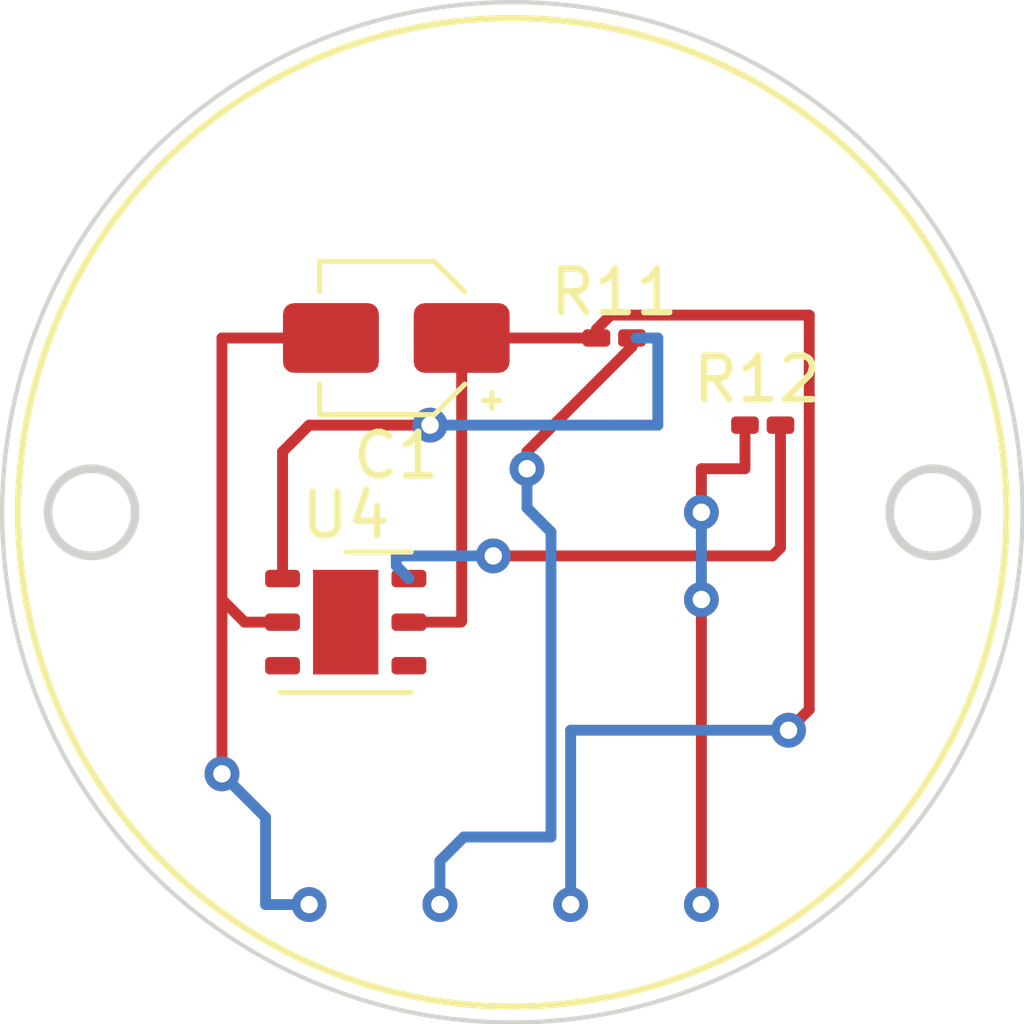
<source format=kicad_pcb>
(kicad_pcb (version 20171130) (host pcbnew "(5.1.8)-1")

  (general
    (thickness 1.6)
    (drawings 4)
    (tracks 68)
    (zones 0)
    (modules 4)
    (nets 9)
  )

  (page A4)
  (layers
    (0 F.Cu signal)
    (31 B.Cu signal)
    (32 B.Adhes user)
    (33 F.Adhes user)
    (34 B.Paste user)
    (35 F.Paste user)
    (36 B.SilkS user)
    (37 F.SilkS user)
    (38 B.Mask user)
    (39 F.Mask user)
    (40 Dwgs.User user)
    (41 Cmts.User user)
    (42 Eco1.User user)
    (43 Eco2.User user)
    (44 Edge.Cuts user)
    (45 Margin user)
    (46 B.CrtYd user)
    (47 F.CrtYd user)
    (48 B.Fab user)
    (49 F.Fab user)
  )

  (setup
    (last_trace_width 0.25)
    (trace_clearance 0.2)
    (zone_clearance 0.508)
    (zone_45_only no)
    (trace_min 0.2)
    (via_size 0.8)
    (via_drill 0.4)
    (via_min_size 0.4)
    (via_min_drill 0.3)
    (uvia_size 0.3)
    (uvia_drill 0.1)
    (uvias_allowed no)
    (uvia_min_size 0.2)
    (uvia_min_drill 0.1)
    (edge_width 0.1)
    (segment_width 0.2)
    (pcb_text_width 0.3)
    (pcb_text_size 1.5 1.5)
    (mod_edge_width 0.15)
    (mod_text_size 1 1)
    (mod_text_width 0.15)
    (pad_size 0.8 0.4)
    (pad_drill 0)
    (pad_to_mask_clearance 0)
    (aux_axis_origin 0 0)
    (visible_elements 7FFFFFFF)
    (pcbplotparams
      (layerselection 0x010fc_ffffffff)
      (usegerberextensions false)
      (usegerberattributes true)
      (usegerberadvancedattributes true)
      (creategerberjobfile true)
      (excludeedgelayer true)
      (linewidth 0.100000)
      (plotframeref false)
      (viasonmask false)
      (mode 1)
      (useauxorigin false)
      (hpglpennumber 1)
      (hpglpenspeed 20)
      (hpglpendiameter 15.000000)
      (psnegative false)
      (psa4output false)
      (plotreference true)
      (plotvalue true)
      (plotinvisibletext false)
      (padsonsilk false)
      (subtractmaskfromsilk false)
      (outputformat 1)
      (mirror false)
      (drillshape 1)
      (scaleselection 1)
      (outputdirectory ""))
  )

  (net 0 "")
  (net 1 "Net-(C1-Pad1)")
  (net 2 GND)
  (net 3 "Net-(R11-Pad2)")
  (net 4 "Net-(R12-Pad2)")
  (net 5 "Net-(R12-Pad1)")
  (net 6 "Net-(U4-Pad3)")
  (net 7 "Net-(U4-Pad4)")
  (net 8 "Net-(U4-Pad7)")

  (net_class Default "Esta es la clase de red por defecto."
    (clearance 0.2)
    (trace_width 0.25)
    (via_dia 0.8)
    (via_drill 0.4)
    (uvia_dia 0.3)
    (uvia_drill 0.1)
    (add_net GND)
    (add_net "Net-(C1-Pad1)")
    (add_net "Net-(R11-Pad2)")
    (add_net "Net-(R12-Pad1)")
    (add_net "Net-(R12-Pad2)")
    (add_net "Net-(U4-Pad3)")
    (add_net "Net-(U4-Pad4)")
    (add_net "Net-(U4-Pad7)")
  )

  (module Capacitor_SMD:CP_Elec_3x5.4 (layer F.Cu) (tedit 5BCA39CF) (tstamp 5FBC983D)
    (at 68 75 180)
    (descr "SMD capacitor, aluminum electrolytic, Nichicon, 3.0x5.4mm")
    (tags "capacitor electrolytic")
    (path /5FBC1EF8)
    (attr smd)
    (fp_text reference C1 (at 0 -2.7) (layer F.SilkS)
      (effects (font (size 1 1) (thickness 0.15)))
    )
    (fp_text value 0.1μF (at 0 2.7) (layer F.Fab)
      (effects (font (size 1 1) (thickness 0.15)))
    )
    (fp_circle (center 0 0) (end 1.5 0) (layer F.Fab) (width 0.1))
    (fp_line (start 1.65 -1.65) (end 1.65 1.65) (layer F.Fab) (width 0.1))
    (fp_line (start -0.825 -1.65) (end 1.65 -1.65) (layer F.Fab) (width 0.1))
    (fp_line (start -0.825 1.65) (end 1.65 1.65) (layer F.Fab) (width 0.1))
    (fp_line (start -1.65 -0.825) (end -1.65 0.825) (layer F.Fab) (width 0.1))
    (fp_line (start -1.65 -0.825) (end -0.825 -1.65) (layer F.Fab) (width 0.1))
    (fp_line (start -1.65 0.825) (end -0.825 1.65) (layer F.Fab) (width 0.1))
    (fp_line (start -1.110469 -0.8) (end -0.810469 -0.8) (layer F.Fab) (width 0.1))
    (fp_line (start -0.960469 -0.95) (end -0.960469 -0.65) (layer F.Fab) (width 0.1))
    (fp_line (start 1.76 1.76) (end 1.76 1.06) (layer F.SilkS) (width 0.12))
    (fp_line (start 1.76 -1.76) (end 1.76 -1.06) (layer F.SilkS) (width 0.12))
    (fp_line (start -0.870563 -1.76) (end 1.76 -1.76) (layer F.SilkS) (width 0.12))
    (fp_line (start -0.870563 1.76) (end 1.76 1.76) (layer F.SilkS) (width 0.12))
    (fp_line (start -1.570563 -1.06) (end -0.870563 -1.76) (layer F.SilkS) (width 0.12))
    (fp_line (start -1.570563 1.06) (end -0.870563 1.76) (layer F.SilkS) (width 0.12))
    (fp_line (start -2.375 -1.435) (end -2 -1.435) (layer F.SilkS) (width 0.12))
    (fp_line (start -2.1875 -1.6225) (end -2.1875 -1.2475) (layer F.SilkS) (width 0.12))
    (fp_line (start 1.9 -1.9) (end 1.9 -1.05) (layer F.CrtYd) (width 0.05))
    (fp_line (start 1.9 -1.05) (end 2.85 -1.05) (layer F.CrtYd) (width 0.05))
    (fp_line (start 2.85 -1.05) (end 2.85 1.05) (layer F.CrtYd) (width 0.05))
    (fp_line (start 2.85 1.05) (end 1.9 1.05) (layer F.CrtYd) (width 0.05))
    (fp_line (start 1.9 1.05) (end 1.9 1.9) (layer F.CrtYd) (width 0.05))
    (fp_line (start -0.93 1.9) (end 1.9 1.9) (layer F.CrtYd) (width 0.05))
    (fp_line (start -0.93 -1.9) (end 1.9 -1.9) (layer F.CrtYd) (width 0.05))
    (fp_line (start -1.78 1.05) (end -0.93 1.9) (layer F.CrtYd) (width 0.05))
    (fp_line (start -1.78 -1.05) (end -0.93 -1.9) (layer F.CrtYd) (width 0.05))
    (fp_line (start -1.78 -1.05) (end -2.85 -1.05) (layer F.CrtYd) (width 0.05))
    (fp_line (start -2.85 -1.05) (end -2.85 1.05) (layer F.CrtYd) (width 0.05))
    (fp_line (start -2.85 1.05) (end -1.78 1.05) (layer F.CrtYd) (width 0.05))
    (fp_text user %R (at 0 0) (layer F.Fab)
      (effects (font (size 0.6 0.6) (thickness 0.09)))
    )
    (pad 1 smd roundrect (at -1.5 0 180) (size 2.2 1.6) (layers F.Cu F.Paste F.Mask) (roundrect_rratio 0.15625)
      (net 1 "Net-(C1-Pad1)"))
    (pad 2 smd roundrect (at 1.5 0 180) (size 2.2 1.6) (layers F.Cu F.Paste F.Mask) (roundrect_rratio 0.15625)
      (net 2 GND))
    (model ${KISYS3DMOD}/Capacitor_SMD.3dshapes/CP_Elec_3x5.4.wrl
      (at (xyz 0 0 0))
      (scale (xyz 1 1 1))
      (rotate (xyz 0 0 0))
    )
  )

  (module Resistor_SMD:R_0201_0603Metric_Pad0.64x0.40mm_HandSolder (layer F.Cu) (tedit 5F6BB9E0) (tstamp 5FBC984E)
    (at 73 75)
    (descr "Resistor SMD 0201 (0603 Metric), square (rectangular) end terminal, IPC_7351 nominal with elongated pad for handsoldering. (Body size source: https://www.vishay.com/docs/20052/crcw0201e3.pdf), generated with kicad-footprint-generator")
    (tags "resistor handsolder")
    (path /5FBC4C6C)
    (attr smd)
    (fp_text reference R11 (at 0 -1.05) (layer F.SilkS)
      (effects (font (size 1 1) (thickness 0.15)))
    )
    (fp_text value 10kμ (at 0 1.05) (layer F.Fab)
      (effects (font (size 1 1) (thickness 0.15)))
    )
    (fp_line (start -0.3 0.15) (end -0.3 -0.15) (layer F.Fab) (width 0.1))
    (fp_line (start -0.3 -0.15) (end 0.3 -0.15) (layer F.Fab) (width 0.1))
    (fp_line (start 0.3 -0.15) (end 0.3 0.15) (layer F.Fab) (width 0.1))
    (fp_line (start 0.3 0.15) (end -0.3 0.15) (layer F.Fab) (width 0.1))
    (fp_line (start -0.88 0.35) (end -0.88 -0.35) (layer F.CrtYd) (width 0.05))
    (fp_line (start -0.88 -0.35) (end 0.88 -0.35) (layer F.CrtYd) (width 0.05))
    (fp_line (start 0.88 -0.35) (end 0.88 0.35) (layer F.CrtYd) (width 0.05))
    (fp_line (start 0.88 0.35) (end -0.88 0.35) (layer F.CrtYd) (width 0.05))
    (fp_text user %R (at 0 -0.68) (layer F.Fab)
      (effects (font (size 0.25 0.25) (thickness 0.04)))
    )
    (pad "" smd roundrect (at -0.4325 0) (size 0.458 0.36) (layers F.Paste) (roundrect_rratio 0.25))
    (pad "" smd roundrect (at 0.4325 0) (size 0.458 0.36) (layers F.Paste) (roundrect_rratio 0.25))
    (pad 1 smd roundrect (at -0.4075 0) (size 0.635 0.4) (layers F.Cu F.Mask) (roundrect_rratio 0.25)
      (net 1 "Net-(C1-Pad1)"))
    (pad 2 smd roundrect (at 0.4075 0) (size 0.635 0.4) (layers F.Cu F.Mask) (roundrect_rratio 0.25)
      (net 3 "Net-(R11-Pad2)"))
    (model ${KISYS3DMOD}/Resistor_SMD.3dshapes/R_0201_0603Metric.wrl
      (at (xyz 0 0 0))
      (scale (xyz 1 1 1))
      (rotate (xyz 0 0 0))
    )
  )

  (module Resistor_SMD:R_0201_0603Metric_Pad0.64x0.40mm_HandSolder (layer F.Cu) (tedit 5F6BB9E0) (tstamp 5FBC985F)
    (at 76.4075 77)
    (descr "Resistor SMD 0201 (0603 Metric), square (rectangular) end terminal, IPC_7351 nominal with elongated pad for handsoldering. (Body size source: https://www.vishay.com/docs/20052/crcw0201e3.pdf), generated with kicad-footprint-generator")
    (tags "resistor handsolder")
    (path /5FBC6DDC)
    (attr smd)
    (fp_text reference R12 (at -0.13 -1.05) (layer F.SilkS)
      (effects (font (size 1 1) (thickness 0.15)))
    )
    (fp_text value 10kμ (at 0 1.05) (layer F.Fab)
      (effects (font (size 1 1) (thickness 0.15)))
    )
    (fp_line (start 0.88 0.35) (end -0.88 0.35) (layer F.CrtYd) (width 0.05))
    (fp_line (start 0.88 -0.35) (end 0.88 0.35) (layer F.CrtYd) (width 0.05))
    (fp_line (start -0.88 -0.35) (end 0.88 -0.35) (layer F.CrtYd) (width 0.05))
    (fp_line (start -0.88 0.35) (end -0.88 -0.35) (layer F.CrtYd) (width 0.05))
    (fp_line (start 0.3 0.15) (end -0.3 0.15) (layer F.Fab) (width 0.1))
    (fp_line (start 0.3 -0.15) (end 0.3 0.15) (layer F.Fab) (width 0.1))
    (fp_line (start -0.3 -0.15) (end 0.3 -0.15) (layer F.Fab) (width 0.1))
    (fp_line (start -0.3 0.15) (end -0.3 -0.15) (layer F.Fab) (width 0.1))
    (fp_text user %R (at 0 -0.68) (layer F.Fab)
      (effects (font (size 0.25 0.25) (thickness 0.04)))
    )
    (pad 2 smd roundrect (at 0.4075 0) (size 0.635 0.4) (layers F.Cu F.Mask) (roundrect_rratio 0.25)
      (net 4 "Net-(R12-Pad2)"))
    (pad 1 smd roundrect (at -0.4075 0) (size 0.635 0.4) (layers F.Cu F.Mask) (roundrect_rratio 0.25)
      (net 5 "Net-(R12-Pad1)"))
    (pad "" smd roundrect (at 0.4325 0) (size 0.458 0.36) (layers F.Paste) (roundrect_rratio 0.25))
    (pad "" smd roundrect (at -0.4325 0) (size 0.458 0.36) (layers F.Paste) (roundrect_rratio 0.25))
    (model ${KISYS3DMOD}/Resistor_SMD.3dshapes/R_0201_0603Metric.wrl
      (at (xyz 0 0 0))
      (scale (xyz 1 1 1))
      (rotate (xyz 0 0 0))
    )
  )

  (module Package_DFN_QFN:DFN-6-1EP_3x3mm_P1mm_EP1.5x2.4mm (layer F.Cu) (tedit 5FC5D875) (tstamp 5FBC987A)
    (at 66.84 81.52)
    (descr "DFN, 6 Pin (https://www.silabs.com/documents/public/data-sheets/Si7020-A20.pdf), generated with kicad-footprint-generator ipc_noLead_generator.py")
    (tags "DFN NoLead")
    (path /5FBBF269)
    (attr smd)
    (fp_text reference U4 (at 0 -2.45) (layer F.SilkS)
      (effects (font (size 1 1) (thickness 0.15)))
    )
    (fp_text value Si7021-A20 (at 0 2.45) (layer F.Fab)
      (effects (font (size 1 1) (thickness 0.15)))
    )
    (fp_line (start 0 -1.61) (end 1.5 -1.61) (layer F.SilkS) (width 0.12))
    (fp_line (start -1.5 1.61) (end 1.5 1.61) (layer F.SilkS) (width 0.12))
    (fp_line (start -0.75 -1.5) (end 1.5 -1.5) (layer F.Fab) (width 0.1))
    (fp_line (start 1.5 -1.5) (end 1.5 1.5) (layer F.Fab) (width 0.1))
    (fp_line (start 1.5 1.5) (end -1.5 1.5) (layer F.Fab) (width 0.1))
    (fp_line (start -1.5 1.5) (end -1.5 -0.75) (layer F.Fab) (width 0.1))
    (fp_line (start -1.5 -0.75) (end -0.75 -1.5) (layer F.Fab) (width 0.1))
    (fp_line (start -2.1 -1.75) (end -2.1 1.75) (layer F.CrtYd) (width 0.05))
    (fp_line (start -2.1 1.75) (end 2.1 1.75) (layer F.CrtYd) (width 0.05))
    (fp_line (start 2.1 1.75) (end 2.1 -1.75) (layer F.CrtYd) (width 0.05))
    (fp_line (start 2.1 -1.75) (end -2.1 -1.75) (layer F.CrtYd) (width 0.05))
    (fp_text user %R (at 0 0) (layer F.Fab)
      (effects (font (size 0.75 0.75) (thickness 0.11)))
    )
    (pad SDA smd roundrect (at -1.45 -1) (size 0.8 0.4) (layers F.Cu F.Paste F.Mask) (roundrect_rratio 0.25)
      (net 3 "Net-(R11-Pad2)"))
    (pad 2 smd roundrect (at -1.45 0) (size 0.8 0.4) (layers F.Cu F.Paste F.Mask) (roundrect_rratio 0.25)
      (net 2 GND))
    (pad DNC smd roundrect (at -1.45 1) (size 0.8 0.4) (layers F.Cu F.Paste F.Mask) (roundrect_rratio 0.25)
      (net 6 "Net-(U4-Pad3)"))
    (pad DNC smd roundrect (at 1.45 1) (size 0.8 0.4) (layers F.Cu F.Paste F.Mask) (roundrect_rratio 0.25)
      (net 7 "Net-(U4-Pad4)"))
    (pad VDD smd roundrect (at 1.45 0) (size 0.8 0.4) (layers F.Cu F.Paste F.Mask) (roundrect_rratio 0.25)
      (net 1 "Net-(C1-Pad1)"))
    (pad SCL smd roundrect (at 1.45 -1) (size 0.8 0.4) (layers F.Cu F.Paste F.Mask) (roundrect_rratio 0.25)
      (net 4 "Net-(R12-Pad2)"))
    (pad 7 smd rect (at 0 0) (size 1.5 2.4) (layers F.Cu F.Mask)
      (net 8 "Net-(U4-Pad7)"))
    (pad "" smd roundrect (at -0.375 -0.6) (size 0.6 0.97) (layers F.Paste) (roundrect_rratio 0.25))
    (pad "" smd roundrect (at -0.375 0.6) (size 0.6 0.97) (layers F.Paste) (roundrect_rratio 0.25))
    (pad "" smd roundrect (at 0.375 -0.6) (size 0.6 0.97) (layers F.Paste) (roundrect_rratio 0.25))
    (pad "" smd roundrect (at 0.375 0.6) (size 0.6 0.97) (layers F.Paste) (roundrect_rratio 0.25))
    (model ${KISYS3DMOD}/Package_DFN_QFN.3dshapes/DFN-6-1EP_3x3mm_P1mm_EP1.5x2.4mm.wrl
      (at (xyz 0 0 0))
      (scale (xyz 1 1 1))
      (rotate (xyz 0 0 0))
    )
    (model C:/Users/usuario/Desktop/KiCad/share/kicad/modules/Package_DFN_QFN.pretty/DFN-6-1EP_3x3mm_P1mm_EP1.5x2.4mm.kicad_mod
      (at (xyz 0 0 0))
      (scale (xyz 1 1 1))
      (rotate (xyz 0 0 0))
    )
  )

  (gr_circle (center 80.32 79) (end 81.32 79) (layer Edge.Cuts) (width 0.2))
  (gr_circle (center 61.01 79) (end 62.01 79) (layer Edge.Cuts) (width 0.2))
  (gr_circle (center 70.661903 79) (end 82 79) (layer F.SilkS) (width 0.15))
  (gr_circle (center 70.661903 79) (end 82.366603 79) (layer Edge.Cuts) (width 0.1))

  (via (at 72 88) (size 0.8) (drill 0.4) (layers F.Cu B.Cu) (net 1))
  (segment (start 72 88) (end 72 86) (width 0.25) (layer B.Cu) (net 1))
  (segment (start 72 84) (end 76.926998 84) (width 0.25) (layer B.Cu) (net 1))
  (via (at 77 84) (size 0.8) (drill 0.4) (layers F.Cu B.Cu) (net 1) (tstamp 5FC5F988))
  (segment (start 69 75) (end 69.5 75) (width 0.25) (layer F.Cu) (net 1))
  (segment (start 68.29 81.52) (end 69.48 81.52) (width 0.25) (layer F.Cu) (net 1))
  (segment (start 69.5 81.5) (end 69.5 75) (width 0.25) (layer F.Cu) (net 1))
  (segment (start 69.48 81.52) (end 69.5 81.5) (width 0.25) (layer F.Cu) (net 1))
  (segment (start 69.5 75) (end 70.02501 75.52501) (width 0.25) (layer F.Cu) (net 1))
  (segment (start 71.673942 75) (end 69.5 75) (width 0.25) (layer F.Cu) (net 1))
  (segment (start 72.5925 75) (end 71.673942 75) (width 0.25) (layer F.Cu) (net 1))
  (segment (start 72.91751 74.47499) (end 77.47499 74.47499) (width 0.25) (layer F.Cu) (net 1))
  (segment (start 72.5925 74.8) (end 72.91751 74.47499) (width 0.25) (layer F.Cu) (net 1))
  (segment (start 72.5925 75) (end 72.5925 74.8) (width 0.25) (layer F.Cu) (net 1))
  (segment (start 77.47499 74.47499) (end 77.47499 83.52501) (width 0.25) (layer F.Cu) (net 1))
  (segment (start 77.47499 83.52501) (end 77 84) (width 0.25) (layer F.Cu) (net 1))
  (segment (start 72 86) (end 72 84) (width 0.25) (layer B.Cu) (net 1))
  (via (at 66 88) (size 0.8) (drill 0.4) (layers F.Cu B.Cu) (net 2))
  (segment (start 66 88) (end 65 88) (width 0.25) (layer B.Cu) (net 2))
  (segment (start 65 86) (end 64 85) (width 0.25) (layer B.Cu) (net 2))
  (segment (start 64 85) (end 64 85) (width 0.25) (layer B.Cu) (net 2) (tstamp 5FC5FAA9))
  (via (at 64 85) (size 0.8) (drill 0.4) (layers F.Cu B.Cu) (net 2))
  (segment (start 67 75) (end 66.5 75) (width 0.25) (layer F.Cu) (net 2))
  (segment (start 64 82.04) (end 64 85) (width 0.25) (layer F.Cu) (net 2))
  (segment (start 66.5 75) (end 64 75) (width 0.25) (layer F.Cu) (net 2))
  (segment (start 64.52 81.52) (end 64 81) (width 0.25) (layer F.Cu) (net 2))
  (segment (start 65.39 81.52) (end 64.52 81.52) (width 0.25) (layer F.Cu) (net 2))
  (segment (start 64 81) (end 64 82.04) (width 0.25) (layer F.Cu) (net 2))
  (segment (start 64 75) (end 64 81) (width 0.25) (layer F.Cu) (net 2))
  (segment (start 65 86) (end 65 88) (width 0.25) (layer B.Cu) (net 2))
  (via (at 69 88) (size 0.8) (drill 0.4) (layers F.Cu B.Cu) (net 3))
  (via (at 71 78) (size 0.8) (drill 0.4) (layers F.Cu B.Cu) (net 3) (tstamp 5FC5F988))
  (segment (start 65.39 80.52) (end 65.39 77.61) (width 0.25) (layer F.Cu) (net 3))
  (segment (start 65.39 77.61) (end 66 77) (width 0.25) (layer F.Cu) (net 3))
  (segment (start 66 77) (end 69 77) (width 0.25) (layer F.Cu) (net 3))
  (via (at 68.775 77) (size 0.8) (drill 0.4) (layers F.Cu B.Cu) (net 3))
  (segment (start 69 77) (end 68.775 77) (width 0.25) (layer F.Cu) (net 3))
  (segment (start 74 75) (end 73.5 75) (width 0.25) (layer B.Cu) (net 3))
  (segment (start 74 77) (end 74 75) (width 0.25) (layer B.Cu) (net 3))
  (segment (start 73 77) (end 74 77) (width 0.25) (layer B.Cu) (net 3))
  (segment (start 71 77) (end 73 77) (width 0.25) (layer B.Cu) (net 3))
  (segment (start 68.775 77) (end 71 77) (width 0.25) (layer B.Cu) (net 3))
  (segment (start 73.4075 75.2) (end 71 77.6075) (width 0.25) (layer F.Cu) (net 3))
  (segment (start 73.4075 75) (end 73.4075 75.2) (width 0.25) (layer F.Cu) (net 3))
  (segment (start 71 77.6075) (end 71 78) (width 0.25) (layer F.Cu) (net 3))
  (segment (start 71 78.90002) (end 71 78) (width 0.25) (layer B.Cu) (net 3))
  (segment (start 71.54999 79.45001) (end 71 78.90002) (width 0.25) (layer B.Cu) (net 3))
  (segment (start 71.54999 86.45001) (end 71.54999 79.45001) (width 0.25) (layer B.Cu) (net 3))
  (segment (start 71.54999 86.45001) (end 69.54999 86.45001) (width 0.25) (layer B.Cu) (net 3))
  (segment (start 69 87) (end 69 88) (width 0.25) (layer B.Cu) (net 3))
  (segment (start 69.54999 86.45001) (end 69 87) (width 0.25) (layer B.Cu) (net 3))
  (segment (start 76.815 77) (end 76.815 79.815) (width 0.25) (layer F.Cu) (net 4))
  (segment (start 76.815 79.815) (end 76.63 80) (width 0.25) (layer F.Cu) (net 4))
  (segment (start 76.63 80) (end 70 80) (width 0.25) (layer F.Cu) (net 4))
  (via (at 70.225 80) (size 0.8) (drill 0.4) (layers F.Cu B.Cu) (net 4))
  (segment (start 70 80) (end 70.225 80) (width 0.25) (layer F.Cu) (net 4))
  (segment (start 70.225 80) (end 68 80) (width 0.25) (layer B.Cu) (net 4))
  (segment (start 68 80.23) (end 68.29 80.52) (width 0.25) (layer B.Cu) (net 4))
  (segment (start 68 80) (end 68 80.23) (width 0.25) (layer B.Cu) (net 4))
  (via (at 75 88) (size 0.8) (drill 0.4) (layers F.Cu B.Cu) (net 5))
  (via (at 75 81) (size 0.8) (drill 0.4) (layers F.Cu B.Cu) (net 5))
  (segment (start 76 77) (end 76 78) (width 0.25) (layer F.Cu) (net 5))
  (segment (start 76 78) (end 75 78) (width 0.25) (layer F.Cu) (net 5))
  (segment (start 75 78) (end 75 79) (width 0.25) (layer F.Cu) (net 5))
  (via (at 75 79) (size 0.8) (drill 0.4) (layers F.Cu B.Cu) (net 5))
  (segment (start 75 79) (end 75 81) (width 0.25) (layer B.Cu) (net 5))
  (segment (start 75 84) (end 75 88) (width 0.25) (layer F.Cu) (net 5))
  (segment (start 75 81) (end 75 84) (width 0.25) (layer F.Cu) (net 5))

)

</source>
